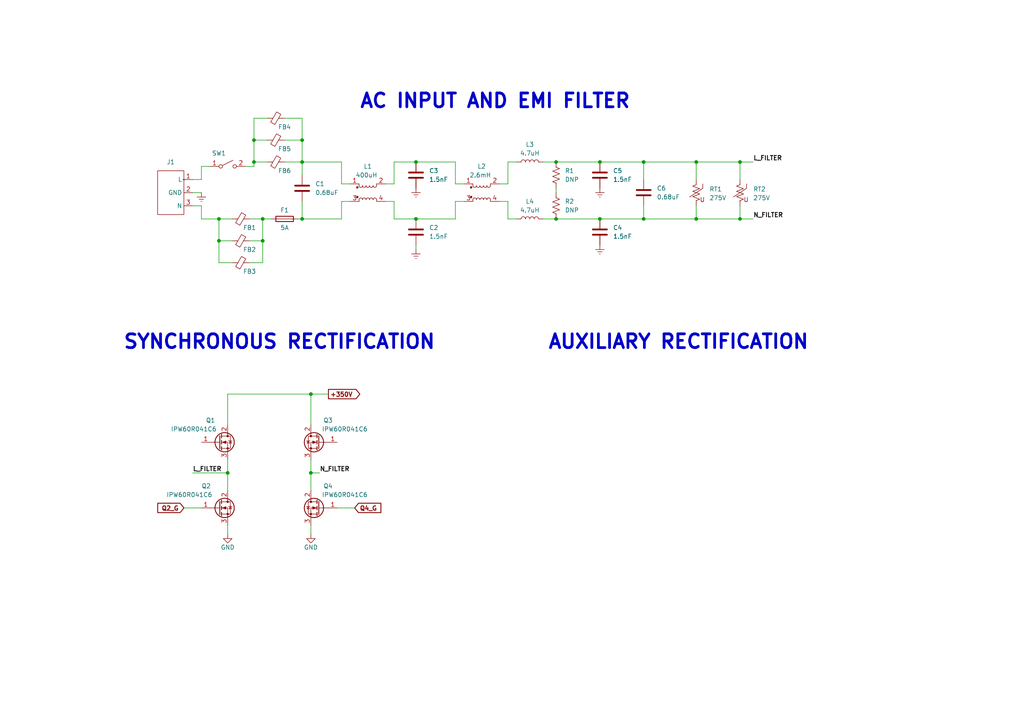
<source format=kicad_sch>
(kicad_sch (version 20230121) (generator eeschema)
  (paper "A4")
  (title_block (title "Full Bridge SMPS") (date "2023-12-03"))
  (lib_symbols
    (symbol "Device:C" (pin_numbers hide) (pin_names (offset 0.254))
      (property "Reference" "C" (at 0.635 2.54 0))
      (property "Value" "C" (at 0.635 -2.54 0))
      (symbol "C_0_1"
        (polyline (pts (xy -2.032 -0.762) (xy 2.032 -0.762)) (stroke (width 0.508)))
        (polyline (pts (xy -2.032 0.762) (xy 2.032 0.762)) (stroke (width 0.508)))
      )
      (symbol "C_1_1"
        (pin passive line (at 0 3.81 270) (length 2.794) (name "~") (number "1"))
        (pin passive line (at 0 -3.81 90) (length 2.794) (name "~") (number "2"))
      )
    )
    (symbol "Device:FerriteBead_Small" (pin_numbers hide) (pin_names (offset 0))
      (property "Reference" "FB" (at 1.905 1.27 0))
      (property "Value" "FerriteBead_Small" (at 1.905 -1.27 0))
      (symbol "FerriteBead_Small_0_1"
        (polyline (pts (xy 0 -1.27) (xy 0 -0.7874)))
        (polyline (pts (xy 0 0.889) (xy 0 1.2954)))
        (polyline (pts (xy -1.8288 0.2794) (xy -1.1176 1.4986) (xy 1.8288 -0.2032) (xy 1.1176 -1.4224) (xy -1.8288 0.2794)))
      )
      (symbol "FerriteBead_Small_1_1"
        (pin passive line (at 0 2.54 270) (length 1.27) (name "~") (number "1"))
        (pin passive line (at 0 -2.54 90) (length 1.27) (name "~") (number "2"))
      )
    )
    (symbol "Device:Fuse" (pin_numbers hide) (pin_names (offset 0))
      (property "Reference" "F" (at 2.032 0 90))
      (property "Value" "Fuse" (at -1.905 0 90))
      (symbol "Fuse_0_1"
        (rectangle (start -0.762 -2.54) (end 0.762 2.54) (stroke (width 0.254)))
        (polyline (pts (xy 0 2.54) (xy 0 -2.54)))
      )
      (symbol "Fuse_1_1"
        (pin passive line (at 0 3.81 270) (length 1.27) (name "~") (number "1"))
        (pin passive line (at 0 -3.81 90) (length 1.27) (name "~") (number "2"))
      )
    )
    (symbol "Device:L" (pin_numbers hide) (pin_names (offset 1.016) hide)
      (property "Reference" "L" (at -1.27 0 90))
      (property "Value" "L" (at 1.905 0 90))
      (symbol "L_0_1"
        (arc (start 0 -2.54) (mid 0.6323 -1.905) (end 0 -1.27))
        (arc (start 0 -1.27) (mid 0.6323 -0.635) (end 0 0))
        (arc (start 0 0) (mid 0.6323 0.635) (end 0 1.27))
        (arc (start 0 1.27) (mid 0.6323 1.905) (end 0 2.54))
      )
      (symbol "L_1_1"
        (pin passive line (at 0 3.81 270) (length 1.27) (name "1") (number "1"))
        (pin passive line (at 0 -3.81 90) (length 1.27) (name "2") (number "2"))
      )
    )
    (symbol "Device:L_Coupled" (pin_names (offset 0.254) hide)
      (property "Reference" "L" (at 0 4.445 0))
      (property "Value" "L_Coupled" (at 0 -4.445 0))
      (symbol "L_Coupled_0_1"
        (circle (center -3.048 -1.27) (radius 0.254) (fill (type outline)))
        (circle (center -3.048 1.524) (radius 0.254) (fill (type outline)))
        (arc (start -2.54 2.032) (mid -2.032 1.5262) (end -1.524 2.032))
        (arc (start -1.524 -2.032) (mid -2.032 -1.5262) (end -2.54 -2.032))
        (arc (start -1.524 2.032) (mid -1.016 1.5262) (end -0.508 2.032))
        (arc (start -0.508 -2.032) (mid -1.016 -1.5262) (end -1.524 -2.032))
        (arc (start -0.508 2.032) (mid 0 1.5262) (end 0.508 2.032))
        (polyline (pts (xy -2.54 -2.032) (xy -2.54 -2.54)))
        (polyline (pts (xy -2.54 2.032) (xy -2.54 2.54)))
        (polyline (pts (xy 2.54 -2.032) (xy 2.54 -2.54)))
        (polyline (pts (xy 2.54 2.54) (xy 2.54 2.032)))
        (arc (start 0.508 -2.032) (mid 0 -1.5262) (end -0.508 -2.032))
        (arc (start 0.508 2.032) (mid 1.016 1.5262) (end 1.524 2.032))
        (arc (start 1.524 -2.032) (mid 1.016 -1.5262) (end 0.508 -2.032))
        (arc (start 1.524 2.032) (mid 2.032 1.5262) (end 2.54 2.032))
        (arc (start 2.54 -2.032) (mid 2.032 -1.5262) (end 1.524 -2.032))
      )
      (symbol "L_Coupled_1_1"
        (pin passive line (at -5.08 2.54 0) (length 2.54) (name "1") (number "1"))
        (pin passive line (at 5.08 2.54 180) (length 2.54) (name "2") (number "2"))
        (pin passive line (at -5.08 -2.54 0) (length 2.54) (name "3") (number "3"))
        (pin passive line (at 5.08 -2.54 180) (length 2.54) (name "4") (number "4"))
      )
    )
    (symbol "Device:R_US" (pin_numbers hide) (pin_names (offset 0))
      (property "Reference" "R" (at 2.54 0 90))
      (property "Value" "R_US" (at -2.54 0 90))
      (symbol "R_US_0_1"
        (polyline (pts (xy 0 -2.286) (xy 0 -2.54)))
        (polyline (pts (xy 0 2.286) (xy 0 2.54)))
        (polyline (pts (xy 0 -0.762) (xy 1.016 -1.143) (xy 0 -1.524) (xy -1.016 -1.905) (xy 0 -2.286)))
        (polyline (pts (xy 0 0.762) (xy 1.016 0.381) (xy 0 0) (xy -1.016 -0.381) (xy 0 -0.762)))
        (polyline (pts (xy 0 2.286) (xy 1.016 1.905) (xy 0 1.524) (xy -1.016 1.143) (xy 0 0.762)))
      )
      (symbol "R_US_1_1"
        (pin passive line (at 0 3.81 270) (length 1.27) (name "~") (number "1"))
        (pin passive line (at 0 -3.81 90) (length 1.27) (name "~") (number "2"))
      )
    )
    (symbol "Device:Varistor_US" (pin_numbers hide) (pin_names (offset 0))
      (property "Reference" "RV" (at 3.175 0 90))
      (property "Value" "Varistor_US" (at -3.175 0 90))
      (symbol "Varistor_US_0_0"
        (text "U" (at -1.778 -2.032 0) (effects (font (size 1.27 1.27))))
      )
      (symbol "Varistor_US_0_1"
        (polyline (pts (xy 0 -2.286) (xy 0 -2.54)))
        (polyline (pts (xy 0 2.286) (xy 0 2.54)))
        (polyline (pts (xy -1.905 2.54) (xy -1.905 1.27) (xy 1.905 -1.27)))
        (polyline (pts (xy 0 -0.762) (xy 1.016 -1.143) (xy 0 -1.524) (xy -1.016 -1.905) (xy 0 -2.286)))
        (polyline (pts (xy 0 0.762) (xy 1.016 0.381) (xy 0 0) (xy -1.016 -0.381) (xy 0 -0.762)))
        (polyline (pts (xy 0 2.286) (xy 1.016 1.905) (xy 0 1.524) (xy -1.016 1.143) (xy 0 0.762)))
      )
      (symbol "Varistor_US_1_1"
        (pin passive line (at 0 3.81 270) (length 1.27) (name "~") (number "1"))
        (pin passive line (at 0 -3.81 90) (length 1.27) (name "~") (number "2"))
      )
    )
    (symbol "Switch:SW_SPST" (pin_names (offset 0) hide)
      (property "Reference" "SW" (at 0 3.175 0))
      (property "Value" "SW_SPST" (at 0 -2.54 0))
      (symbol "SW_SPST_0_0"
        (circle (center -2.032 0) (radius 0.508))
        (polyline (pts (xy -1.524 0.254) (xy 1.524 1.778)))
        (circle (center 2.032 0) (radius 0.508))
      )
      (symbol "SW_SPST_1_1"
        (pin passive line (at -5.08 0 0) (length 2.54) (name "A") (number "1"))
        (pin passive line (at 5.08 0 180) (length 2.54) (name "B") (number "2"))
      )
    )
    (symbol "fb_smps_symbols:703W-00/54_"
      (property "Reference" "J" (at 1.27 3.81 0))
      (symbol "703W-00/54__0_1"
        (rectangle (start 0 2.54) (end 7.62 -10.16))
      )
      (symbol "703W-00/54__1_1"
        (pin power_out line (at -2.54 0 0) (length 2.54) (name "L") (number "1"))
        (pin power_out line (at -2.54 -3.81 0) (length 2.54) (name "GND") (number "2"))
        (pin power_out line (at -2.54 -7.62 0) (length 2.54) (name "N") (number "3"))
      )
    )
    (symbol "fb_smps_symbols:IPW60R041C6" (pin_names hide)
      (property "Reference" "Q" (at 5.08 1.905 0))
      (property "Value" "IPW60R041C6" (at 5.08 0 0))
      (symbol "IPW60R041C6_0_1"
        (polyline (pts (xy 0.254 0) (xy -2.54 0)))
        (polyline (pts (xy 0.254 1.905) (xy 0.254 -1.905)) (stroke (width 0.254)))
        (polyline (pts (xy 0.762 -1.27) (xy 0.762 -2.286)) (stroke (width 0.254)))
        (polyline (pts (xy 0.762 0.508) (xy 0.762 -0.508)) (stroke (width 0.254)))
        (polyline (pts (xy 0.762 2.286) (xy 0.762 1.27)) (stroke (width 0.254)))
        (polyline (pts (xy 2.54 2.54) (xy 2.54 1.778)))
        (polyline (pts (xy 2.54 -2.54) (xy 2.54 0) (xy 0.762 0)))
        (polyline (pts (xy 0.762 -1.778) (xy 3.302 -1.778) (xy 3.302 1.778) (xy 0.762 1.778)))
        (polyline (pts (xy 1.016 0) (xy 2.032 0.381) (xy 2.032 -0.381) (xy 1.016 0)) (fill (type outline)))
        (polyline (pts (xy 2.794 0.508) (xy 2.921 0.381) (xy 3.683 0.381) (xy 3.81 0.254)))
        (polyline (pts (xy 3.302 0.381) (xy 2.921 -0.254) (xy 3.683 -0.254) (xy 3.302 0.381)))
        (circle (center 1.651 0) (radius 2.794) (stroke (width 0.254)))
        (circle (center 2.54 -1.778) (radius 0.254) (fill (type outline)))
        (circle (center 2.54 1.778) (radius 0.254) (fill (type outline)))
      )
      (symbol "IPW60R041C6_1_1"
        (pin input line (at -5.08 0 0) (length 2.54) (name "G") (number "1"))
        (pin passive line (at 2.54 5.08 270) (length 2.54) (name "D") (number "2"))
        (pin passive line (at 2.54 -5.08 90) (length 2.54) (name "S") (number "3"))
      )
    )
    (symbol "power:Earth" (power) (pin_names (offset 0))
      (symbol "Earth_0_1"
        (polyline (pts (xy -0.635 -1.905) (xy 0.635 -1.905)))
        (polyline (pts (xy -0.127 -2.54) (xy 0.127 -2.54)))
        (polyline (pts (xy 0 -1.27) (xy 0 0)))
        (polyline (pts (xy 1.27 -1.27) (xy -1.27 -1.27)))
      )
      (symbol "Earth_1_1"
        (pin power_in line (at 0 0 270) (length 0) hide (name "Earth") (number "1"))
      )
    )
    (symbol "power:GND" (power) (pin_names (offset 0))
      (property "Value" "GND" (at 0 -3.81 0))
      (symbol "GND_0_1"
        (polyline (pts (xy 0 0) (xy 0 -1.27) (xy 1.27 -1.27) (xy 0 -2.54) (xy -1.27 -1.27) (xy 0 -1.27)))
      )
      (symbol "GND_1_1"
        (pin power_in line (at 0 0 270) (length 0) hide (name "GND") (number "1"))
      )
    )
  )
  (junction (at 201.93 63.5))
  (junction (at 66.04 137.16))
  (junction (at 186.69 46.99))
  (junction (at 186.69 63.5))
  (junction (at 214.63 63.5))
  (junction (at 87.63 46.99))
  (junction (at 173.99 46.99))
  (junction (at 120.65 63.5))
  (junction (at 87.63 40.64))
  (junction (at 63.5 69.85))
  (junction (at 201.93 46.99))
  (junction (at 63.5 63.5))
  (junction (at 161.29 63.5))
  (junction (at 76.2 69.85))
  (junction (at 73.66 40.64))
  (junction (at 76.2 63.5))
  (junction (at 161.29 46.99))
  (junction (at 90.17 114.3))
  (junction (at 120.65 46.99))
  (junction (at 87.63 63.5))
  (junction (at 73.66 46.99))
  (junction (at 173.99 63.5))
  (junction (at 214.63 46.99))
  (junction (at 90.17 137.16))
  (wire (pts (xy 147.32 63.5) (xy 149.86 63.5)))
  (wire (pts (xy 90.17 114.3) (xy 90.17 123.19)))
  (wire (pts (xy 201.93 63.5) (xy 201.93 59.69)))
  (wire (pts (xy 132.08 53.34) (xy 132.08 46.99)))
  (wire (pts (xy 58.42 63.5) (xy 63.5 63.5)))
  (wire (pts (xy 73.66 40.64) (xy 77.47 40.64)))
  (wire (pts (xy 161.29 46.99) (xy 173.99 46.99)))
  (wire (pts (xy 66.04 137.16) (xy 66.04 142.24)))
  (wire (pts (xy 73.66 34.29) (xy 73.66 40.64)))
  (wire (pts (xy 58.42 59.69) (xy 58.42 63.5)))
  (wire (pts (xy 144.78 58.42) (xy 147.32 58.42)))
  (wire (pts (xy 99.06 63.5) (xy 99.06 58.42)))
  (wire (pts (xy 120.65 46.99) (xy 132.08 46.99)))
  (wire (pts (xy 55.88 52.07) (xy 58.42 52.07)))
  (wire (pts (xy 99.06 58.42) (xy 101.6 58.42)))
  (wire (pts (xy 134.62 53.34) (xy 132.08 53.34)))
  (wire (pts (xy 66.04 133.35) (xy 66.04 137.16)))
  (wire (pts (xy 147.32 46.99) (xy 149.86 46.99)))
  (wire (pts (xy 161.29 54.61) (xy 161.29 55.88)))
  (wire (pts (xy 99.06 46.99) (xy 87.63 46.99)))
  (wire (pts (xy 67.31 63.5) (xy 63.5 63.5)))
  (wire (pts (xy 114.3 53.34) (xy 114.3 46.99)))
  (wire (pts (xy 120.65 71.12) (xy 120.65 72.39)))
  (wire (pts (xy 97.79 147.32) (xy 102.87 147.32)))
  (wire (pts (xy 132.08 58.42) (xy 134.62 58.42)))
  (wire (pts (xy 101.6 53.34) (xy 99.06 53.34)))
  (wire (pts (xy 157.48 46.99) (xy 161.29 46.99)))
  (wire (pts (xy 90.17 137.16) (xy 90.17 142.24)))
  (wire (pts (xy 114.3 46.99) (xy 120.65 46.99)))
  (wire (pts (xy 132.08 63.5) (xy 132.08 58.42)))
  (wire (pts (xy 76.2 76.2) (xy 76.2 69.85)))
  (wire (pts (xy 86.36 63.5) (xy 87.63 63.5)))
  (wire (pts (xy 53.34 147.32) (xy 58.42 147.32)))
  (wire (pts (xy 71.12 48.26) (xy 73.66 48.26)))
  (wire (pts (xy 120.65 63.5) (xy 132.08 63.5)))
  (wire (pts (xy 186.69 63.5) (xy 173.99 63.5)))
  (wire (pts (xy 82.55 34.29) (xy 87.63 34.29)))
  (wire (pts (xy 63.5 69.85) (xy 67.31 69.85)))
  (wire (pts (xy 76.2 63.5) (xy 76.2 69.85)))
  (wire (pts (xy 214.63 52.07) (xy 214.63 46.99)))
  (wire (pts (xy 186.69 59.69) (xy 186.69 63.5)))
  (wire (pts (xy 58.42 52.07) (xy 58.42 48.26)))
  (wire (pts (xy 55.88 55.88) (xy 58.42 55.88)))
  (wire (pts (xy 55.88 137.16) (xy 66.04 137.16)))
  (wire (pts (xy 66.04 123.19) (xy 66.04 114.3)))
  (wire (pts (xy 201.93 63.5) (xy 214.63 63.5)))
  (wire (pts (xy 72.39 76.2) (xy 76.2 76.2)))
  (wire (pts (xy 82.55 46.99) (xy 87.63 46.99)))
  (wire (pts (xy 87.63 40.64) (xy 87.63 46.99)))
  (wire (pts (xy 90.17 152.4) (xy 90.17 154.94)))
  (wire (pts (xy 87.63 63.5) (xy 99.06 63.5)))
  (wire (pts (xy 58.42 48.26) (xy 60.96 48.26)))
  (wire (pts (xy 63.5 63.5) (xy 63.5 69.85)))
  (wire (pts (xy 214.63 46.99) (xy 218.44 46.99)))
  (wire (pts (xy 72.39 63.5) (xy 76.2 63.5)))
  (wire (pts (xy 201.93 46.99) (xy 186.69 46.99)))
  (wire (pts (xy 201.93 46.99) (xy 214.63 46.99)))
  (wire (pts (xy 73.66 40.64) (xy 73.66 46.99)))
  (wire (pts (xy 173.99 46.99) (xy 186.69 46.99)))
  (wire (pts (xy 114.3 63.5) (xy 114.3 58.42)))
  (wire (pts (xy 63.5 76.2) (xy 63.5 69.85)))
  (wire (pts (xy 90.17 133.35) (xy 90.17 137.16)))
  (wire (pts (xy 66.04 114.3) (xy 90.17 114.3)))
  (wire (pts (xy 77.47 34.29) (xy 73.66 34.29)))
  (wire (pts (xy 111.76 58.42) (xy 114.3 58.42)))
  (wire (pts (xy 87.63 46.99) (xy 87.63 50.8)))
  (wire (pts (xy 114.3 63.5) (xy 120.65 63.5)))
  (wire (pts (xy 186.69 46.99) (xy 186.69 52.07)))
  (wire (pts (xy 82.55 40.64) (xy 87.63 40.64)))
  (wire (pts (xy 73.66 46.99) (xy 77.47 46.99)))
  (wire (pts (xy 161.29 63.5) (xy 173.99 63.5)))
  (wire (pts (xy 111.76 53.34) (xy 114.3 53.34)))
  (wire (pts (xy 73.66 46.99) (xy 73.66 48.26)))
  (wire (pts (xy 147.32 58.42) (xy 147.32 63.5)))
  (wire (pts (xy 214.63 63.5) (xy 214.63 59.69)))
  (wire (pts (xy 157.48 63.5) (xy 161.29 63.5)))
  (wire (pts (xy 90.17 114.3) (xy 95.25 114.3)))
  (wire (pts (xy 55.88 59.69) (xy 58.42 59.69)))
  (wire (pts (xy 214.63 63.5) (xy 218.44 63.5)))
  (wire (pts (xy 90.17 137.16) (xy 92.71 137.16)))
  (wire (pts (xy 186.69 63.5) (xy 201.93 63.5)))
  (wire (pts (xy 67.31 76.2) (xy 63.5 76.2)))
  (wire (pts (xy 87.63 34.29) (xy 87.63 40.64)))
  (wire (pts (xy 87.63 58.42) (xy 87.63 63.5)))
  (wire (pts (xy 72.39 69.85) (xy 76.2 69.85)))
  (wire (pts (xy 66.04 152.4) (xy 66.04 154.94)))
  (wire (pts (xy 144.78 53.34) (xy 147.32 53.34)))
  (wire (pts (xy 201.93 46.99) (xy 201.93 52.07)))
  (wire (pts (xy 99.06 53.34) (xy 99.06 46.99)))
  (wire (pts (xy 76.2 63.5) (xy 78.74 63.5)))
  (wire (pts (xy 147.32 53.34) (xy 147.32 46.99)))
  (text "SYNCHRONOUS RECTIFICATION\n" (at 35.56 101.6 0) (effects (font (size 4 4) (thickness 0.8) bold) (justify left bottom)))
  (text "AUXILIARY RECTIFICATION\n" (at 158.75 101.6 0) (effects (font (size 4 4) (thickness 0.8) bold) (justify left bottom)))
  (text "AC INPUT AND EMI FILTER" (at 104.14 31.75 0) (effects (font (size 4 4) (thickness 0.8) bold) (justify left bottom)))
  (label "L_FILTER" (at 218.44 46.99 0) (effects (font bold)))
  (label "N_FILTER" (at 218.44 63.5 0) (effects (font bold)))
  (label "N_FILTER" (at 92.71 137.16 0) (effects (font bold)))
  (label "L_FILTER" (at 55.88 137.16 0) (effects (font bold)))
  (global_label "Q2_G" (shape input) (at 53.34 147.32 180) (effects (font bold)) (property "Intersheetrefs" "${INTERSHEET_REFS}" (effects hide)))
  (global_label "Q4_G" (shape input) (at 102.87 147.32 0) (effects (font bold)) (property "Intersheetrefs" "${INTERSHEET_REFS}" (effects hide)))
  (global_label "+350V" (shape output) (at 95.25 114.3 0) (effects (font bold)) (property "Intersheetrefs" "${INTERSHEET_REFS}" (effects hide)))
  (symbol (lib_id "Device:C") (at 173.99 50.8 0) (unit 1)
    (property "Reference" "C10" (at 177.8 49.53 0) (effects (justify left)))
    (property "Value" "1.5nF" (at 177.8 52.07 0) (effects (justify left)))
    (instances (project "full_bridge_smps" (path "" (reference "C5") (unit 1))))
  )
  (symbol (lib_id "Device:L") (at 153.67 63.5 90) (unit 1)
    (property "Reference" "L8" (at 153.67 58.42 90))
    (property "Value" "4.7uH" (at 153.67 60.96 90))
    (instances (project "full_bridge_smps" (path "" (reference "L4") (unit 1))))
  )
  (symbol (lib_id "power:GND") (at 90.17 154.94 0) (unit 1)
    (property "Reference" "#PWR08" (effects hide))
    (property "Value" "GND" (at 90.17 158.75 0))
    (instances (project "full_bridge_smps" (path "" (reference "#PWR08") (unit 1)) (path "" (reference "#PWR015") (unit 1))))
  )
  (symbol (lib_id "power:Earth") (at 173.99 71.12 0) (unit 1)
    (property "Reference" "#PWR010" (effects hide))
    (property "Value" "Earth" (effects hide))
    (instances (project "full_bridge_smps" (path "" (reference "#PWR02") (unit 1))))
  )
  (symbol (lib_id "power:Earth") (at 120.65 72.39 0) (unit 1)
    (property "Reference" "#PWR08" (effects hide))
    (property "Value" "Earth" (effects hide))
    (instances (project "full_bridge_smps" (path "" (reference "#PWR04") (unit 1))))
  )
  (symbol (lib_id "Device:L") (at 153.67 46.99 90) (unit 1)
    (property "Reference" "L7" (at 153.67 41.91 90))
    (property "Value" "4.7uH" (at 153.67 44.45 90))
    (instances (project "full_bridge_smps" (path "" (reference "L3") (unit 1))))
  )
  (symbol (lib_id "Device:C") (at 120.65 67.31 0) (unit 1)
    (property "Reference" "C9" (at 124.46 66.04 0) (effects (justify left)))
    (property "Value" "1.5nF" (at 124.46 68.58 0) (effects (justify left)))
    (instances (project "full_bridge_smps" (path "" (reference "C2") (unit 1))))
  )
  (symbol (lib_id "Device:C") (at 120.65 50.8 0) (unit 1)
    (property "Reference" "C8" (at 124.46 49.53 0) (effects (justify left)))
    (property "Value" "1.5nF" (at 124.46 52.07 0) (effects (justify left)))
    (instances (project "full_bridge_smps" (path "" (reference "C3") (unit 1))))
  )
  (symbol (lib_id "Device:Fuse") (at 82.55 63.5 270) (unit 1)
    (property "Reference" "F2" (at 82.55 60.96 90))
    (property "Value" "Fuse" (effects hide))
    (property "Value" "5A" (at 82.55 66.04 90))
    (instances (project "full_bridge_smps" (path "" (reference "F1") (unit 1))))
  )
  (symbol (lib_id "Device:C") (at 173.99 67.31 0) (unit 1)
    (property "Reference" "C11" (at 177.8 66.04 0) (effects (justify left)))
    (property "Value" "1.5nF" (at 177.8 68.58 0) (effects (justify left)))
    (instances (project "full_bridge_smps" (path "" (reference "C4") (unit 1))))
  )
  (symbol (lib_id "Device:C") (at 186.69 55.88 0) (unit 1)
    (property "Reference" "C12" (at 190.5 54.61 0) (effects (justify left)))
    (property "Value" "0.68uF" (at 190.5 57.15 0) (effects (justify left)))
    (instances (project "full_bridge_smps" (path "" (reference "C6") (unit 1))))
  )
  (symbol (lib_id "Device:FerriteBead_Small") (at 80.01 46.99 90) (unit 1)
    (property "Reference" "FB12" (at 82.55 49.53 90))
    (property "Value" "FerriteBead_Small" (effects hide))
    (instances (project "full_bridge_smps" (path "" (reference "FB6") (unit 1))))
  )
  (symbol (lib_id "Device:FerriteBead_Small") (at 80.01 34.29 90) (unit 1)
    (property "Reference" "FB10" (at 82.55 36.83 90))
    (property "Value" "FerriteBead_Small" (effects hide))
    (instances (project "full_bridge_smps" (path "" (reference "FB4") (unit 1))))
  )
  (symbol (lib_id "Device:R_US") (at 161.29 50.8 0) (unit 1)
    (property "Reference" "R3" (at 163.83 49.53 0) (effects (justify left)))
    (property "Value" "DNP" (at 163.83 52.07 0) (effects (justify left)))
    (instances (project "full_bridge_smps" (path "" (reference "R1") (unit 1))))
  )
  (symbol (lib_id "power:Earth") (at 58.42 55.88 0) (unit 1)
    (property "Reference" "#PWR06" (effects hide))
    (property "Value" "Earth" (effects hide))
    (instances (project "full_bridge_smps" (path "" (reference "#PWR05") (unit 1))))
  )
  (symbol (lib_id "power:Earth") (at 120.65 54.61 0) (unit 1)
    (property "Reference" "#PWR07" (effects hide))
    (property "Value" "Earth" (effects hide))
    (instances (project "full_bridge_smps" (path "" (reference "#PWR01") (unit 1))))
  )
  (symbol (lib_id "Switch:SW_SPST") (at 66.04 48.26 0) (unit 1)
    (property "Reference" "SW2" (at 63.5 44.45 0))
    (property "Value" "SW_SPST" (effects hide))
    (instances (project "full_bridge_smps" (path "" (reference "SW1") (unit 1))))
  )
  (symbol (lib_id "Device:L_Coupled") (at 139.7 55.88 0) (unit 1)
    (property "Reference" "L6" (at 139.7 48.26 0))
    (property "Value" "2.6mH" (at 139.319 50.8 0))
    (instances (project "full_bridge_smps" (path "" (reference "L2") (unit 1))))
  )
  (symbol (lib_id "fb_smps_symbols:IPW60R041C6") (at 92.71 128.27 0) (mirror y) (unit 1)
    (property "Reference" "Q3" (at 96.52 121.92 0) (effects (justify left)))
    (property "Value" "IPW60R041C6" (at 106.68 124.46 0) (effects (justify left)))
    (property "Footprint" "fb_smps_footprints:IPW60R041C6" (effects hide))
  )
  (symbol (lib_id "power:GND") (at 66.04 154.94 0) (unit 1)
    (property "Reference" "#PWR08" (effects hide))
    (property "Value" "GND" (at 66.04 158.75 0))
    (instances (project "full_bridge_smps" (path "" (reference "#PWR08") (unit 1)) (path "" (reference "#PWR014") (unit 1))))
  )
  (symbol (lib_id "Device:Varistor_US") (at 201.93 55.88 0) (mirror y) (unit 1)
    (property "Reference" "RT3" (at 205.74 54.8668 0) (effects (justify right)))
    (property "Value" "275V" (at 205.74 57.4068 0) (effects (justify right)))
    (instances (project "full_bridge_smps" (path "" (reference "RT1") (unit 1))))
  )
  (symbol (lib_id "Device:FerriteBead_Small") (at 69.85 63.5 90) (unit 1)
    (property "Reference" "FB7" (at 72.39 66.04 90))
    (property "Value" "FerriteBead_Small" (effects hide))
    (instances (project "full_bridge_smps" (path "" (reference "FB1") (unit 1))))
  )
  (symbol (lib_id "power:Earth") (at 173.99 54.61 0) (unit 1)
    (property "Reference" "#PWR09" (effects hide))
    (property "Value" "Earth" (effects hide))
    (instances (project "full_bridge_smps" (path "" (reference "#PWR03") (unit 1))))
  )
  (symbol (lib_id "fb_smps_symbols:IPW60R041C6") (at 63.5 147.32 0) (unit 1)
    (property "Reference" "Q2" (at 58.42 140.97 0) (effects (justify left)))
    (property "Value" "IPW60R041C6" (at 48.26 143.51 0) (effects (justify left)))
    (property "Footprint" "fb_smps_footprints:IPW60R041C6" (effects hide))
  )
  (symbol (lib_id "fb_smps_symbols:IPW60R041C6") (at 92.71 147.32 0) (mirror y) (unit 1)
    (property "Reference" "Q4" (at 96.52 140.97 0) (effects (justify left)))
    (property "Value" "IPW60R041C6" (at 106.68 143.51 0) (effects (justify left)))
    (property "Footprint" "fb_smps_footprints:IPW60R041C6" (effects hide))
  )
  (symbol (lib_id "Device:L_Coupled") (at 106.68 55.88 0) (unit 1)
    (property "Reference" "L5" (at 106.68 48.26 0))
    (property "Value" "400uH" (at 106.299 50.8 0))
    (instances (project "full_bridge_smps" (path "" (reference "L1") (unit 1))))
  )
  (symbol (lib_id "fb_smps_symbols:703W-00/54_") (at 53.34 52.07 0) (mirror y) (unit 1)
    (property "Reference" "J2" (at 49.53 46.99 0))
    (property "Value" "~" (at 53.34 52.07 0))
    (property "Footprint" "fb_smps_footprints:703W-0054" (effects hide))
    (instances (project "full_bridge_smps" (path "" (reference "J1") (unit 1))))
  )
  (symbol (lib_id "Device:FerriteBead_Small") (at 80.01 40.64 90) (unit 1)
    (property "Reference" "FB11" (at 82.55 43.18 90))
    (property "Value" "FerriteBead_Small" (effects hide))
    (instances (project "full_bridge_smps" (path "" (reference "FB5") (unit 1))))
  )
  (symbol (lib_id "fb_smps_symbols:IPW60R041C6") (at 63.5 128.27 0) (unit 1)
    (property "Reference" "Q1" (at 59.69 121.92 0) (effects (justify left)))
    (property "Value" "IPW60R041C6" (at 49.53 124.46 0) (effects (justify left)))
    (property "Footprint" "fb_smps_footprints:IPW60R041C6" (effects hide))
  )
  (symbol (lib_id "Device:FerriteBead_Small") (at 69.85 76.2 90) (unit 1)
    (property "Reference" "FB9" (at 72.39 78.74 90))
    (property "Value" "FerriteBead_Small" (effects hide))
    (instances (project "full_bridge_smps" (path "" (reference "FB3") (unit 1))))
  )
  (symbol (lib_id "Device:C") (at 87.63 54.61 0) (unit 1)
    (property "Reference" "C7" (at 91.44 53.34 0) (effects (justify left)))
    (property "Value" "0.68uF" (at 91.44 55.88 0) (effects (justify left)))
    (instances (project "full_bridge_smps" (path "" (reference "C1") (unit 1))))
  )
  (symbol (lib_id "Device:FerriteBead_Small") (at 69.85 69.85 90) (unit 1)
    (property "Reference" "FB8" (at 72.39 72.39 90))
    (property "Value" "FerriteBead_Small" (effects hide))
    (instances (project "full_bridge_smps" (path "" (reference "FB2") (unit 1))))
  )
  (symbol (lib_id "Device:Varistor_US") (at 214.63 55.88 0) (mirror y) (unit 1)
    (property "Reference" "RT4" (at 218.44 54.8668 0) (effects (justify right)))
    (property "Value" "275V" (at 218.44 57.4068 0) (effects (justify right)))
    (instances (project "full_bridge_smps" (path "" (reference "RT2") (unit 1))))
  )
  (symbol (lib_id "Device:R_US") (at 161.29 59.69 0) (unit 1)
    (property "Reference" "R4" (at 163.83 58.42 0) (effects (justify left)))
    (property "Value" "DNP" (at 163.83 60.96 0) (effects (justify left)))
    (instances (project "full_bridge_smps" (path "" (reference "R2") (unit 1))))
  )
)
</source>
